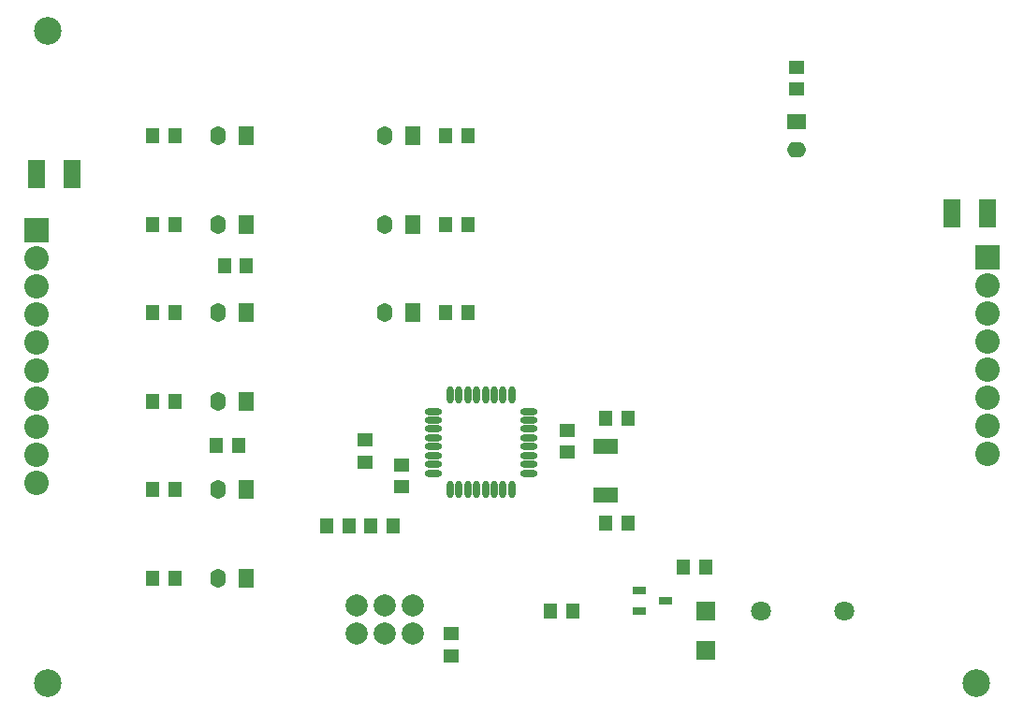
<source format=gbs>
G04*
G04 #@! TF.GenerationSoftware,Altium Limited,Altium Designer,21.9.2 (33)*
G04*
G04 Layer_Color=16711935*
%FSLAX25Y25*%
%MOIN*%
G70*
G04*
G04 #@! TF.SameCoordinates,17C33EC5-3FD8-4D5E-BF76-7BF67F947422*
G04*
G04*
G04 #@! TF.FilePolarity,Negative*
G04*
G01*
G75*
G04:AMPARAMS|DCode=16|XSize=98.43mil|YSize=98.43mil|CornerRadius=49.21mil|HoleSize=0mil|Usage=FLASHONLY|Rotation=0.000|XOffset=0mil|YOffset=0mil|HoleType=Round|Shape=RoundedRectangle|*
%AMROUNDEDRECTD16*
21,1,0.09843,0.00000,0,0,0.0*
21,1,0.00000,0.09843,0,0,0.0*
1,1,0.09843,0.00000,0.00000*
1,1,0.09843,0.00000,0.00000*
1,1,0.09843,0.00000,0.00000*
1,1,0.09843,0.00000,0.00000*
%
%ADD16ROUNDEDRECTD16*%
%ADD17C,0.07099*%
%ADD18C,0.07887*%
%ADD19C,0.08674*%
%ADD20R,0.08674X0.08674*%
%ADD21O,0.05524X0.06706*%
%ADD22R,0.05524X0.06706*%
%ADD23O,0.06706X0.05524*%
%ADD24R,0.06706X0.05524*%
%ADD50R,0.04737X0.05721*%
%ADD51R,0.05721X0.04737*%
%ADD52R,0.06312X0.10249*%
%ADD53R,0.05131X0.03162*%
%ADD54R,0.06706X0.06706*%
%ADD55R,0.08674X0.05524*%
G04:AMPARAMS|DCode=56|XSize=23.75mil|YSize=63.12mil|CornerRadius=11.87mil|HoleSize=0mil|Usage=FLASHONLY|Rotation=90.000|XOffset=0mil|YOffset=0mil|HoleType=Round|Shape=RoundedRectangle|*
%AMROUNDEDRECTD56*
21,1,0.02375,0.03937,0,0,90.0*
21,1,0.00000,0.06312,0,0,90.0*
1,1,0.02375,0.01968,0.00000*
1,1,0.02375,0.01968,0.00000*
1,1,0.02375,-0.01968,0.00000*
1,1,0.02375,-0.01968,0.00000*
%
%ADD56ROUNDEDRECTD56*%
G04:AMPARAMS|DCode=57|XSize=23.75mil|YSize=63.12mil|CornerRadius=11.87mil|HoleSize=0mil|Usage=FLASHONLY|Rotation=180.000|XOffset=0mil|YOffset=0mil|HoleType=Round|Shape=RoundedRectangle|*
%AMROUNDEDRECTD57*
21,1,0.02375,0.03937,0,0,180.0*
21,1,0.00000,0.06312,0,0,180.0*
1,1,0.02375,0.00000,0.01968*
1,1,0.02375,0.00000,0.01968*
1,1,0.02375,0.00000,-0.01968*
1,1,0.02375,0.00000,-0.01968*
%
%ADD57ROUNDEDRECTD57*%
D16*
X13780Y246063D02*
D03*
Y13780D02*
D03*
X344488D02*
D03*
D17*
X297638Y39370D02*
D03*
X267717D02*
D03*
D18*
X123701Y41496D02*
D03*
X133701D02*
D03*
X143701D02*
D03*
X133701Y31496D02*
D03*
X123701D02*
D03*
X143701D02*
D03*
D19*
X348425Y95354D02*
D03*
Y115354D02*
D03*
Y145354D02*
D03*
Y155354D02*
D03*
Y135354D02*
D03*
Y125354D02*
D03*
Y105354D02*
D03*
X9843Y115197D02*
D03*
Y135197D02*
D03*
Y145197D02*
D03*
Y165197D02*
D03*
Y155197D02*
D03*
Y125197D02*
D03*
Y105197D02*
D03*
Y85197D02*
D03*
Y95197D02*
D03*
D20*
X348425Y165354D02*
D03*
X9843Y175197D02*
D03*
D21*
X74646Y208661D02*
D03*
X133858D02*
D03*
X74646Y177165D02*
D03*
X133858Y177165D02*
D03*
X74646Y145669D02*
D03*
X133858Y145669D02*
D03*
X74646Y114173D02*
D03*
Y82677D02*
D03*
Y51181D02*
D03*
D22*
X84646Y208661D02*
D03*
X143858D02*
D03*
X84646Y177165D02*
D03*
X143858Y177165D02*
D03*
X84646Y145669D02*
D03*
X143858Y145669D02*
D03*
X84646Y114173D02*
D03*
Y82677D02*
D03*
Y51181D02*
D03*
D23*
X280512Y203740D02*
D03*
D24*
Y213740D02*
D03*
D50*
X81693Y98425D02*
D03*
X73819D02*
D03*
X113189Y69882D02*
D03*
X121063D02*
D03*
X128937D02*
D03*
X136811D02*
D03*
X84646Y162402D02*
D03*
X76772D02*
D03*
X51181Y51181D02*
D03*
X59055D02*
D03*
X51181Y114173D02*
D03*
X59055D02*
D03*
X51181Y145669D02*
D03*
X59055D02*
D03*
X51181Y177165D02*
D03*
X59055D02*
D03*
X51181Y208661D02*
D03*
X59055D02*
D03*
X51181Y82677D02*
D03*
X59055D02*
D03*
X155512Y208661D02*
D03*
X163386D02*
D03*
X155512Y177165D02*
D03*
X163386D02*
D03*
X155512Y145669D02*
D03*
X163386D02*
D03*
X240158Y55118D02*
D03*
X248031D02*
D03*
X192913Y39370D02*
D03*
X200787D02*
D03*
X212598Y108268D02*
D03*
X220472D02*
D03*
X212598Y70866D02*
D03*
X220472D02*
D03*
D51*
X157480Y23622D02*
D03*
Y31496D02*
D03*
X280512Y233268D02*
D03*
Y225394D02*
D03*
X139764Y91535D02*
D03*
Y83661D02*
D03*
X126969Y92520D02*
D03*
Y100394D02*
D03*
X198819Y103937D02*
D03*
Y96063D02*
D03*
D52*
X348425Y181102D02*
D03*
X335827D02*
D03*
X9843Y195276D02*
D03*
X22441D02*
D03*
D53*
X224410Y39370D02*
D03*
Y46850D02*
D03*
X233858Y43110D02*
D03*
D54*
X248031Y39370D02*
D03*
Y25591D02*
D03*
D55*
X212598Y80917D02*
D03*
Y98217D02*
D03*
D56*
X185039Y110630D02*
D03*
Y107480D02*
D03*
Y104331D02*
D03*
Y101181D02*
D03*
Y98032D02*
D03*
Y94882D02*
D03*
Y91732D02*
D03*
Y88583D02*
D03*
X151181D02*
D03*
Y91732D02*
D03*
Y94882D02*
D03*
Y98032D02*
D03*
Y101181D02*
D03*
Y104331D02*
D03*
Y107480D02*
D03*
Y110630D02*
D03*
D57*
X179134Y82677D02*
D03*
X175984D02*
D03*
X172835D02*
D03*
X169685D02*
D03*
X166535D02*
D03*
X163386D02*
D03*
X160236D02*
D03*
X157087D02*
D03*
Y116535D02*
D03*
X160236D02*
D03*
X163386D02*
D03*
X166535D02*
D03*
X169685D02*
D03*
X172835D02*
D03*
X175984D02*
D03*
X179134D02*
D03*
M02*

</source>
